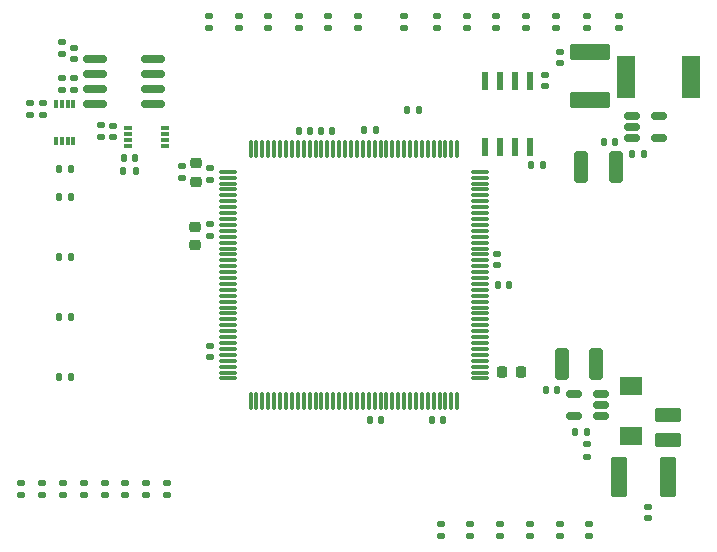
<source format=gbp>
G04 #@! TF.GenerationSoftware,KiCad,Pcbnew,6.0.10-86aedd382b~118~ubuntu22.10.1*
G04 #@! TF.CreationDate,2023-02-02T20:30:57+01:00*
G04 #@! TF.ProjectId,FPGHat,46504748-6174-42e6-9b69-6361645f7063,rev?*
G04 #@! TF.SameCoordinates,Original*
G04 #@! TF.FileFunction,Paste,Bot*
G04 #@! TF.FilePolarity,Positive*
%FSLAX46Y46*%
G04 Gerber Fmt 4.6, Leading zero omitted, Abs format (unit mm)*
G04 Created by KiCad (PCBNEW 6.0.10-86aedd382b~118~ubuntu22.10.1) date 2023-02-02 20:30:57*
%MOMM*%
%LPD*%
G01*
G04 APERTURE LIST*
G04 Aperture macros list*
%AMRoundRect*
0 Rectangle with rounded corners*
0 $1 Rounding radius*
0 $2 $3 $4 $5 $6 $7 $8 $9 X,Y pos of 4 corners*
0 Add a 4 corners polygon primitive as box body*
4,1,4,$2,$3,$4,$5,$6,$7,$8,$9,$2,$3,0*
0 Add four circle primitives for the rounded corners*
1,1,$1+$1,$2,$3*
1,1,$1+$1,$4,$5*
1,1,$1+$1,$6,$7*
1,1,$1+$1,$8,$9*
0 Add four rect primitives between the rounded corners*
20,1,$1+$1,$2,$3,$4,$5,0*
20,1,$1+$1,$4,$5,$6,$7,0*
20,1,$1+$1,$6,$7,$8,$9,0*
20,1,$1+$1,$8,$9,$2,$3,0*%
G04 Aperture macros list end*
%ADD10RoundRect,0.249999X0.450001X1.450001X-0.450001X1.450001X-0.450001X-1.450001X0.450001X-1.450001X0*%
%ADD11RoundRect,0.135000X-0.135000X-0.185000X0.135000X-0.185000X0.135000X0.185000X-0.135000X0.185000X0*%
%ADD12RoundRect,0.225000X-0.250000X0.225000X-0.250000X-0.225000X0.250000X-0.225000X0.250000X0.225000X0*%
%ADD13RoundRect,0.140000X0.140000X0.170000X-0.140000X0.170000X-0.140000X-0.170000X0.140000X-0.170000X0*%
%ADD14RoundRect,0.135000X-0.185000X0.135000X-0.185000X-0.135000X0.185000X-0.135000X0.185000X0.135000X0*%
%ADD15RoundRect,0.135000X0.185000X-0.135000X0.185000X0.135000X-0.185000X0.135000X-0.185000X-0.135000X0*%
%ADD16RoundRect,0.075000X-0.662500X-0.075000X0.662500X-0.075000X0.662500X0.075000X-0.662500X0.075000X0*%
%ADD17RoundRect,0.075000X-0.075000X-0.662500X0.075000X-0.662500X0.075000X0.662500X-0.075000X0.662500X0*%
%ADD18RoundRect,0.140000X-0.170000X0.140000X-0.170000X-0.140000X0.170000X-0.140000X0.170000X0.140000X0*%
%ADD19RoundRect,0.140000X0.170000X-0.140000X0.170000X0.140000X-0.170000X0.140000X-0.170000X-0.140000X0*%
%ADD20RoundRect,0.249999X-1.450001X0.450001X-1.450001X-0.450001X1.450001X-0.450001X1.450001X0.450001X0*%
%ADD21R,0.600000X1.500000*%
%ADD22RoundRect,0.135000X0.135000X0.185000X-0.135000X0.185000X-0.135000X-0.185000X0.135000X-0.185000X0*%
%ADD23RoundRect,0.140000X-0.140000X-0.170000X0.140000X-0.170000X0.140000X0.170000X-0.140000X0.170000X0*%
%ADD24R,0.300000X0.800000*%
%ADD25RoundRect,0.150000X0.825000X0.150000X-0.825000X0.150000X-0.825000X-0.150000X0.825000X-0.150000X0*%
%ADD26R,1.900000X1.600000*%
%ADD27RoundRect,0.250000X-0.325000X-1.100000X0.325000X-1.100000X0.325000X1.100000X-0.325000X1.100000X0*%
%ADD28RoundRect,0.150000X0.512500X0.150000X-0.512500X0.150000X-0.512500X-0.150000X0.512500X-0.150000X0*%
%ADD29RoundRect,0.218750X-0.218750X-0.256250X0.218750X-0.256250X0.218750X0.256250X-0.218750X0.256250X0*%
%ADD30RoundRect,0.150000X-0.512500X-0.150000X0.512500X-0.150000X0.512500X0.150000X-0.512500X0.150000X0*%
%ADD31R,1.500000X3.560000*%
%ADD32R,1.500000X3.600000*%
%ADD33RoundRect,0.250000X-0.850000X0.375000X-0.850000X-0.375000X0.850000X-0.375000X0.850000X0.375000X0*%
%ADD34R,0.800000X0.300000*%
%ADD35RoundRect,0.250000X0.325000X1.100000X-0.325000X1.100000X-0.325000X-1.100000X0.325000X-1.100000X0*%
G04 APERTURE END LIST*
D10*
X76550000Y-67100000D03*
X72450000Y-67100000D03*
D11*
X24990000Y-43400000D03*
X26010000Y-43400000D03*
D12*
X36550000Y-45900000D03*
X36550000Y-47450000D03*
D13*
X67200000Y-59700000D03*
X66240000Y-59700000D03*
D14*
X62050000Y-28040000D03*
X62050000Y-29060000D03*
D15*
X25300000Y-34310000D03*
X25300000Y-33290000D03*
D16*
X39337500Y-58750000D03*
X39337500Y-58250000D03*
X39337500Y-57750000D03*
X39337500Y-57250000D03*
X39337500Y-56750000D03*
X39337500Y-56250000D03*
X39337500Y-55750000D03*
X39337500Y-55250000D03*
X39337500Y-54750000D03*
X39337500Y-54250000D03*
X39337500Y-53750000D03*
X39337500Y-53250000D03*
X39337500Y-52750000D03*
X39337500Y-52250000D03*
X39337500Y-51750000D03*
X39337500Y-51250000D03*
X39337500Y-50750000D03*
X39337500Y-50250000D03*
X39337500Y-49750000D03*
X39337500Y-49250000D03*
X39337500Y-48750000D03*
X39337500Y-48250000D03*
X39337500Y-47750000D03*
X39337500Y-47250000D03*
X39337500Y-46750000D03*
X39337500Y-46250000D03*
X39337500Y-45750000D03*
X39337500Y-45250000D03*
X39337500Y-44750000D03*
X39337500Y-44250000D03*
X39337500Y-43750000D03*
X39337500Y-43250000D03*
X39337500Y-42750000D03*
X39337500Y-42250000D03*
X39337500Y-41750000D03*
X39337500Y-41250000D03*
D17*
X41250000Y-39337500D03*
X41750000Y-39337500D03*
X42250000Y-39337500D03*
X42750000Y-39337500D03*
X43250000Y-39337500D03*
X43750000Y-39337500D03*
X44250000Y-39337500D03*
X44750000Y-39337500D03*
X45250000Y-39337500D03*
X45750000Y-39337500D03*
X46250000Y-39337500D03*
X46750000Y-39337500D03*
X47250000Y-39337500D03*
X47750000Y-39337500D03*
X48250000Y-39337500D03*
X48750000Y-39337500D03*
X49250000Y-39337500D03*
X49750000Y-39337500D03*
X50250000Y-39337500D03*
X50750000Y-39337500D03*
X51250000Y-39337500D03*
X51750000Y-39337500D03*
X52250000Y-39337500D03*
X52750000Y-39337500D03*
X53250000Y-39337500D03*
X53750000Y-39337500D03*
X54250000Y-39337500D03*
X54750000Y-39337500D03*
X55250000Y-39337500D03*
X55750000Y-39337500D03*
X56250000Y-39337500D03*
X56750000Y-39337500D03*
X57250000Y-39337500D03*
X57750000Y-39337500D03*
X58250000Y-39337500D03*
X58750000Y-39337500D03*
D16*
X60662500Y-41250000D03*
X60662500Y-41750000D03*
X60662500Y-42250000D03*
X60662500Y-42750000D03*
X60662500Y-43250000D03*
X60662500Y-43750000D03*
X60662500Y-44250000D03*
X60662500Y-44750000D03*
X60662500Y-45250000D03*
X60662500Y-45750000D03*
X60662500Y-46250000D03*
X60662500Y-46750000D03*
X60662500Y-47250000D03*
X60662500Y-47750000D03*
X60662500Y-48250000D03*
X60662500Y-48750000D03*
X60662500Y-49250000D03*
X60662500Y-49750000D03*
X60662500Y-50250000D03*
X60662500Y-50750000D03*
X60662500Y-51250000D03*
X60662500Y-51750000D03*
X60662500Y-52250000D03*
X60662500Y-52750000D03*
X60662500Y-53250000D03*
X60662500Y-53750000D03*
X60662500Y-54250000D03*
X60662500Y-54750000D03*
X60662500Y-55250000D03*
X60662500Y-55750000D03*
X60662500Y-56250000D03*
X60662500Y-56750000D03*
X60662500Y-57250000D03*
X60662500Y-57750000D03*
X60662500Y-58250000D03*
X60662500Y-58750000D03*
D17*
X58750000Y-60662500D03*
X58250000Y-60662500D03*
X57750000Y-60662500D03*
X57250000Y-60662500D03*
X56750000Y-60662500D03*
X56250000Y-60662500D03*
X55750000Y-60662500D03*
X55250000Y-60662500D03*
X54750000Y-60662500D03*
X54250000Y-60662500D03*
X53750000Y-60662500D03*
X53250000Y-60662500D03*
X52750000Y-60662500D03*
X52250000Y-60662500D03*
X51750000Y-60662500D03*
X51250000Y-60662500D03*
X50750000Y-60662500D03*
X50250000Y-60662500D03*
X49750000Y-60662500D03*
X49250000Y-60662500D03*
X48750000Y-60662500D03*
X48250000Y-60662500D03*
X47750000Y-60662500D03*
X47250000Y-60662500D03*
X46750000Y-60662500D03*
X46250000Y-60662500D03*
X45750000Y-60662500D03*
X45250000Y-60662500D03*
X44750000Y-60662500D03*
X44250000Y-60662500D03*
X43750000Y-60662500D03*
X43250000Y-60662500D03*
X42750000Y-60662500D03*
X42250000Y-60662500D03*
X41750000Y-60662500D03*
X41250000Y-60662500D03*
D14*
X27114284Y-67590000D03*
X27114284Y-68610000D03*
D18*
X37800000Y-45695000D03*
X37800000Y-46655000D03*
D14*
X35450000Y-40740000D03*
X35450000Y-41760000D03*
D13*
X31500000Y-40100000D03*
X30540000Y-40100000D03*
D14*
X59850000Y-71040000D03*
X59850000Y-72060000D03*
D19*
X62150000Y-49180000D03*
X62150000Y-48220000D03*
D15*
X69750000Y-65360000D03*
X69750000Y-64340000D03*
D11*
X24990000Y-58600000D03*
X26010000Y-58600000D03*
D18*
X67450000Y-31120000D03*
X67450000Y-32080000D03*
D14*
X37700000Y-28040000D03*
X37700000Y-29060000D03*
D18*
X22600000Y-35470000D03*
X22600000Y-36430000D03*
D14*
X57000000Y-28040000D03*
X57000000Y-29060000D03*
D20*
X69950000Y-31100000D03*
X69950000Y-35200000D03*
D14*
X62370000Y-71040000D03*
X62370000Y-72060000D03*
D11*
X24990000Y-53550000D03*
X26010000Y-53550000D03*
D14*
X67410000Y-71040000D03*
X67410000Y-72060000D03*
D11*
X24990000Y-41000000D03*
X26010000Y-41000000D03*
D13*
X57580000Y-62300000D03*
X56620000Y-62300000D03*
D21*
X64900000Y-39175000D03*
X63630000Y-39175000D03*
X62360000Y-39175000D03*
X61090000Y-39175000D03*
X61090000Y-33575000D03*
X62360000Y-33575000D03*
X63630000Y-33575000D03*
X64900000Y-33575000D03*
D14*
X50350000Y-28040000D03*
X50350000Y-29060000D03*
X45350000Y-28040000D03*
X45350000Y-29060000D03*
D18*
X29600000Y-37370000D03*
X29600000Y-38330000D03*
D14*
X40300000Y-28040000D03*
X40300000Y-29060000D03*
D11*
X73540000Y-39750000D03*
X74560000Y-39750000D03*
D22*
X69720000Y-63300000D03*
X68700000Y-63300000D03*
D14*
X42700000Y-28040000D03*
X42700000Y-29060000D03*
D23*
X51370000Y-62300000D03*
X52330000Y-62300000D03*
D19*
X26300000Y-31710000D03*
X26300000Y-30750000D03*
X74859528Y-70580000D03*
X74859528Y-69620000D03*
D14*
X30657140Y-67590000D03*
X30657140Y-68610000D03*
D18*
X37800000Y-56000000D03*
X37800000Y-56960000D03*
D19*
X66200000Y-34010000D03*
X66200000Y-33050000D03*
D13*
X72130000Y-38690000D03*
X71170000Y-38690000D03*
D14*
X21800000Y-67590000D03*
X21800000Y-68610000D03*
D15*
X69700000Y-29060000D03*
X69700000Y-28040000D03*
D23*
X50870000Y-37750000D03*
X51830000Y-37750000D03*
D24*
X26250000Y-38650000D03*
X25750000Y-38650000D03*
X25250000Y-38650000D03*
X24750000Y-38650000D03*
X24750000Y-35550000D03*
X25250000Y-35550000D03*
X25750000Y-35550000D03*
X26250000Y-35550000D03*
D25*
X33025000Y-31745000D03*
X33025000Y-33015000D03*
X33025000Y-34285000D03*
X33025000Y-35555000D03*
X28075000Y-35555000D03*
X28075000Y-34285000D03*
X28075000Y-33015000D03*
X28075000Y-31745000D03*
D11*
X24990000Y-48500000D03*
X26010000Y-48500000D03*
D14*
X59600000Y-28040000D03*
X59600000Y-29060000D03*
D26*
X73500000Y-59350000D03*
X73500000Y-63650000D03*
D14*
X67150000Y-28040000D03*
X67150000Y-29060000D03*
D27*
X67575000Y-57550000D03*
X70525000Y-57550000D03*
D14*
X28550000Y-37290000D03*
X28550000Y-38310000D03*
X28885712Y-67590000D03*
X28885712Y-68610000D03*
D18*
X37850000Y-40950000D03*
X37850000Y-41910000D03*
D14*
X34200000Y-67590000D03*
X34200000Y-68610000D03*
X69930000Y-71040000D03*
X69930000Y-72060000D03*
D28*
X70887500Y-60050000D03*
X70887500Y-61000000D03*
X70887500Y-61950000D03*
X68612500Y-61950000D03*
X68612500Y-60050000D03*
D14*
X64600000Y-28040000D03*
X64600000Y-29060000D03*
D15*
X25300000Y-31260000D03*
X25300000Y-30240000D03*
D14*
X23571428Y-67590000D03*
X23571428Y-68610000D03*
D13*
X48180000Y-37800000D03*
X47220000Y-37800000D03*
D11*
X54530000Y-36000000D03*
X55550000Y-36000000D03*
D14*
X32428568Y-67590000D03*
X32428568Y-68610000D03*
X25342856Y-67590000D03*
X25342856Y-68610000D03*
D22*
X66020000Y-40700000D03*
X65000000Y-40700000D03*
D14*
X57330000Y-71040000D03*
X57330000Y-72060000D03*
X47800000Y-28040000D03*
X47800000Y-29060000D03*
D29*
X62550000Y-58200000D03*
X64125000Y-58200000D03*
D30*
X73562500Y-38400000D03*
X73562500Y-37450000D03*
X73562500Y-36500000D03*
X75837500Y-36500000D03*
X75837500Y-38400000D03*
D31*
X78550000Y-33200000D03*
D32*
X73050000Y-33200000D03*
D22*
X31510000Y-41150000D03*
X30490000Y-41150000D03*
D23*
X45320000Y-37800000D03*
X46280000Y-37800000D03*
X62170000Y-50850000D03*
X63130000Y-50850000D03*
D12*
X36650000Y-40550000D03*
X36650000Y-42100000D03*
D15*
X72450000Y-29060000D03*
X72450000Y-28040000D03*
D33*
X76600000Y-61825000D03*
X76600000Y-63975000D03*
D14*
X23650000Y-35440000D03*
X23650000Y-36460000D03*
D34*
X34000000Y-37550000D03*
X34000000Y-38050000D03*
X34000000Y-38550000D03*
X34000000Y-39050000D03*
X30900000Y-39050000D03*
X30900000Y-38550000D03*
X30900000Y-38050000D03*
X30900000Y-37550000D03*
D19*
X26300000Y-34310000D03*
X26300000Y-33350000D03*
D14*
X64890000Y-71040000D03*
X64890000Y-72060000D03*
D35*
X72150000Y-40850000D03*
X69200000Y-40850000D03*
D14*
X54200000Y-28040000D03*
X54200000Y-29060000D03*
M02*

</source>
